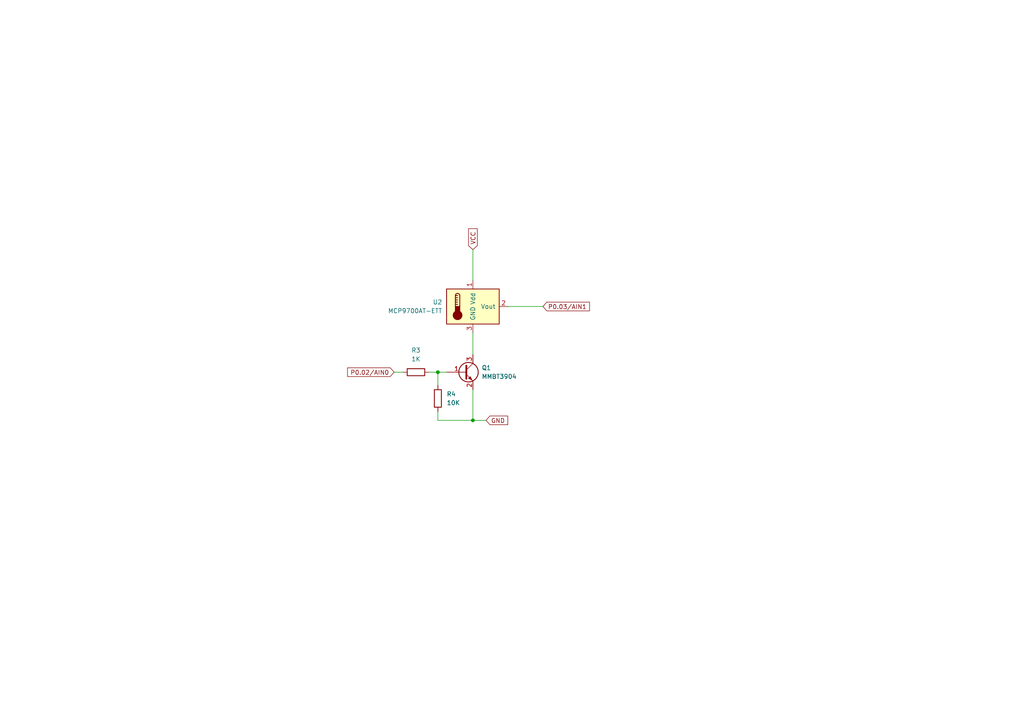
<source format=kicad_sch>
(kicad_sch (version 20211123) (generator eeschema)
  (paper "A4")
  (lib_symbols
    (symbol "Device:R" (pin_numbers hide) (pin_names (offset 0))
      (property "Reference" "R" (at 2.032 0 90))
      (property "Value" "R" (at 0 0 90))
      (symbol "R_0_1"
        (rectangle (start -1.016 -2.54) (end 1.016 2.54) (stroke (width 0.254)))
      )
      (symbol "R_1_1"
        (pin passive line (at 0 3.81 270) (length 1.27) (name "~") (number "1"))
        (pin passive line (at 0 -3.81 90) (length 1.27) (name "~") (number "2"))
      )
    )
    (symbol "Sensor_Temperature:MCP9700AT-ETT" (pin_names (offset 1.016))
      (property "Reference" "U" (at -6.35 6.35 0))
      (property "Value" "MCP9700AT-ETT" (at 1.27 6.35 0))
      (symbol "MCP9700AT-ETT_0_1"
        (rectangle (start -7.62 5.08) (end 7.62 -5.08) (stroke (width 0.254)) (fill (type background)))
        (circle (center -4.445 -2.54) (radius 1.27) (stroke (width 0.254)) (fill (type outline)))
        (rectangle (start -3.81 -1.905) (end -5.08 0) (stroke (width 0.254)) (fill (type outline)))
        (arc (start -3.81 3.175) (mid -4.445 3.81) (end -5.08 3.175) (stroke (width 0.254)))
        (polyline (pts (xy -5.08 0.635) (xy -4.445 0.635)) (stroke (width 0.254)))
        (polyline (pts (xy -5.08 1.27) (xy -4.445 1.27)) (stroke (width 0.254)))
        (polyline (pts (xy -5.08 1.905) (xy -4.445 1.905)) (stroke (width 0.254)))
        (polyline (pts (xy -5.08 2.54) (xy -4.445 2.54)) (stroke (width 0.254)))
        (polyline (pts (xy -5.08 3.175) (xy -5.08 0)) (stroke (width 0.254)))
        (polyline (pts (xy -5.08 3.175) (xy -4.445 3.175)) (stroke (width 0.254)))
        (polyline (pts (xy -3.81 3.175) (xy -3.81 0)) (stroke (width 0.254)))
      )
      (symbol "MCP9700AT-ETT_1_1"
        (pin power_in line (at 0 7.62 270) (length 2.54) (name "Vdd") (number "1"))
        (pin output line (at 10.16 0 180) (length 2.54) (name "Vout") (number "2"))
        (pin power_in line (at 0 -7.62 90) (length 2.54) (name "GND") (number "3"))
      )
    )
    (symbol "Transistor_BJT:MMBT3904" (pin_names (offset 0) hide)
      (property "Reference" "Q" (at 5.08 1.905 0))
      (property "Value" "MMBT3904" (at 5.08 0 0))
      (symbol "MMBT3904_0_1"
        (polyline (pts (xy 0.635 0.635) (xy 2.54 2.54)))
        (polyline (pts (xy 0.635 -0.635) (xy 2.54 -2.54) (xy 2.54 -2.54)))
        (polyline (pts (xy 0.635 1.905) (xy 0.635 -1.905) (xy 0.635 -1.905)) (stroke (width 0.508)))
        (polyline (pts (xy 1.27 -1.778) (xy 1.778 -1.27) (xy 2.286 -2.286) (xy 1.27 -1.778) (xy 1.27 -1.778)) (fill (type outline)))
        (circle (center 1.27 0) (radius 2.8194) (stroke (width 0.254)))
      )
      (symbol "MMBT3904_1_1"
        (pin input line (at -5.08 0 0) (length 5.715) (name "B") (number "1"))
        (pin passive line (at 2.54 -5.08 90) (length 2.54) (name "E") (number "2"))
        (pin passive line (at 2.54 5.08 270) (length 2.54) (name "C") (number "3"))
      )
    )
  )
  (junction (at 137.16 121.92))
  (junction (at 127 107.95))
  (wire (pts (xy 137.16 96.52) (xy 137.16 102.87)))
  (wire (pts (xy 114.3 107.95) (xy 116.84 107.95)))
  (wire (pts (xy 127 107.95) (xy 129.54 107.95)))
  (wire (pts (xy 157.48 88.9) (xy 147.32 88.9)))
  (wire (pts (xy 127 107.95) (xy 127 111.76)))
  (wire (pts (xy 137.16 72.39) (xy 137.16 81.28)))
  (wire (pts (xy 127 119.38) (xy 127 121.92)))
  (wire (pts (xy 124.46 107.95) (xy 127 107.95)))
  (wire (pts (xy 137.16 121.92) (xy 140.97 121.92)))
  (wire (pts (xy 127 121.92) (xy 137.16 121.92)))
  (wire (pts (xy 137.16 113.03) (xy 137.16 121.92)))
  (global_label "P0.02{slash}AIN0" (shape input) (at 114.3 107.95 180) (property "Intersheet References" "${INTERSHEET_REFS}" (effects hide)))
  (global_label "VCC" (shape input) (at 137.16 72.39 90) (property "Intersheet References" "${INTERSHEET_REFS}" (effects hide)))
  (global_label "P0.03{slash}AIN1" (shape input) (at 157.48 88.9 0) (property "Intersheet References" "${INTERSHEET_REFS}" (effects hide)))
  (global_label "GND" (shape input) (at 140.97 121.92 0) (property "Intersheet References" "${INTERSHEET_REFS}" (effects hide)))
  (symbol (lib_id "Device:R") (at 120.65 107.95 270) (unit 1)
    (property "Reference" "R3" (at 120.65 101.6 90))
    (property "Value" "1K" (at 120.65 104.14 90))
    (property "Footprint" "Resistor_SMD:R_0402_1005Metric" (effects hide))
  )
  (symbol (lib_id "Device:R") (at 127 115.57 180) (unit 1)
    (property "Reference" "R4" (at 129.54 114.2999 0) (effects (justify right)))
    (property "Value" "10K" (at 129.54 116.8399 0) (effects (justify right)))
    (property "Footprint" "Resistor_SMD:R_0402_1005Metric" (effects hide))
  )
  (symbol (lib_id "Sensor_Temperature:MCP9700AT-ETT") (at 137.16 88.9 0) (unit 1)
    (property "Reference" "U2" (at 128.27 87.6299 0) (effects (justify right)))
    (property "Value" "MCP9700AT-ETT" (at 128.27 90.1699 0) (effects (justify right)))
    (property "Footprint" "Package_TO_SOT_SMD:SOT-23" (effects hide))
    (property "Datasheet" "http://ww1.microchip.com/downloads/en/DeviceDoc/21942e.pdf" (effects hide))
  )
  (symbol (lib_id "Transistor_BJT:MMBT3904") (at 134.62 107.95 0) (unit 1)
    (property "Reference" "Q1" (at 139.7 106.6799 0) (effects (justify left)))
    (property "Value" "MMBT3904" (at 139.7 109.2199 0) (effects (justify left)))
    (property "Footprint" "Package_TO_SOT_SMD:SOT-23" (effects hide))
    (property "Datasheet" "https://www.onsemi.com/pub/Collateral/2N3903-D.PDF" (effects hide))
  )
)
</source>
